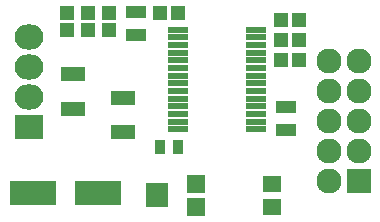
<source format=gbr>
G04 #@! TF.FileFunction,Soldermask,Top*
%FSLAX45Y45*%
G04 Gerber Fmt 4.5, Leading zero omitted, Abs format (unit mm)*
G04 Created by KiCad (PCBNEW 4.0.1-stable) date 12-Feb-16 11:08:01 AM*
%MOMM*%
G01*
G04 APERTURE LIST*
%ADD10C,0.100000*%
%ADD11R,1.770000X0.520000*%
%ADD12R,1.200000X1.150000*%
%ADD13R,1.700000X1.100000*%
%ADD14R,1.150000X1.200000*%
%ADD15R,2.432000X2.127200*%
%ADD16O,2.432000X2.127200*%
%ADD17R,3.999180X2.000200*%
%ADD18R,0.900000X1.300000*%
%ADD19R,1.650000X1.400000*%
%ADD20R,1.600000X1.600000*%
%ADD21R,1.900000X2.000000*%
%ADD22R,2.100000X1.300000*%
%ADD23R,2.127200X2.127200*%
%ADD24O,2.127200X2.127200*%
G04 APERTURE END LIST*
D10*
D11*
X2240500Y-279500D03*
X1580500Y-279500D03*
X2240500Y-344500D03*
X1580500Y-344500D03*
X2240500Y-409500D03*
X1580500Y-409500D03*
X2240500Y-474500D03*
X1580500Y-474500D03*
X2240500Y-539500D03*
X1580500Y-539500D03*
X2240500Y-604500D03*
X1580500Y-604500D03*
X2240500Y-669500D03*
X1580500Y-669500D03*
X2240500Y-734500D03*
X1580500Y-734500D03*
X2240500Y-799500D03*
X1580500Y-799500D03*
X2240500Y-864500D03*
X1580500Y-864500D03*
X2240500Y-929500D03*
X1580500Y-929500D03*
X2240500Y-994500D03*
X1580500Y-994500D03*
X2240500Y-1059500D03*
X1580500Y-1059500D03*
X2240500Y-1124500D03*
X1580500Y-1124500D03*
D12*
X2453670Y-201350D03*
X2603670Y-201350D03*
D13*
X2495020Y-1128000D03*
X2495020Y-938000D03*
D12*
X2453670Y-537900D03*
X2603670Y-537900D03*
X2453670Y-369625D03*
X2603670Y-369625D03*
X1430120Y-141660D03*
X1580120Y-141660D03*
D14*
X641520Y-135240D03*
X641520Y-285240D03*
X821860Y-135240D03*
X821860Y-285240D03*
D13*
X1228260Y-323020D03*
X1228260Y-133020D03*
D14*
X999660Y-285240D03*
X999660Y-135240D03*
D15*
X318940Y-1104320D03*
D16*
X318940Y-850320D03*
X318940Y-596320D03*
X318940Y-342320D03*
D17*
X352976Y-1660580D03*
X903140Y-1660580D03*
D18*
X1430020Y-1273000D03*
X1580020Y-1273000D03*
D19*
X2380000Y-1585000D03*
X2380000Y-1785000D03*
D20*
X1733600Y-1783440D03*
X1733600Y-1583440D03*
D21*
X1408600Y-1683440D03*
D22*
X695020Y-658000D03*
X695020Y-948000D03*
X1120020Y-858000D03*
X1120020Y-1148000D03*
D23*
X3114000Y-1557000D03*
D24*
X2860000Y-1557000D03*
X3114000Y-1303000D03*
X2860000Y-1303000D03*
X3114000Y-1049000D03*
X2860000Y-1049000D03*
X3114000Y-795000D03*
X2860000Y-795000D03*
X3114000Y-541000D03*
X2860000Y-541000D03*
M02*

</source>
